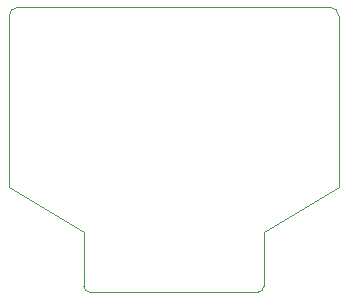
<source format=gm1>
G04 #@! TF.GenerationSoftware,KiCad,Pcbnew,7.0.9-7.0.9~ubuntu20.04.1*
G04 #@! TF.CreationDate,2023-11-25T19:42:28+01:00*
G04 #@! TF.ProjectId,kicad-kria-jtag,6b696361-642d-46b7-9269-612d6a746167,1.0*
G04 #@! TF.SameCoordinates,Original*
G04 #@! TF.FileFunction,Profile,NP*
%FSLAX46Y46*%
G04 Gerber Fmt 4.6, Leading zero omitted, Abs format (unit mm)*
G04 Created by KiCad (PCBNEW 7.0.9-7.0.9~ubuntu20.04.1) date 2023-11-25 19:42:28*
%MOMM*%
%LPD*%
G01*
G04 APERTURE LIST*
G04 #@! TA.AperFunction,Profile*
%ADD10C,0.100000*%
G04 #@! TD*
G04 APERTURE END LIST*
D10*
X125984000Y-86868000D02*
G75*
G03*
X125222000Y-87630000I0J-762000D01*
G01*
X153162000Y-87630000D02*
G75*
G03*
X152400000Y-86868000I-762000J0D01*
G01*
X146304000Y-110998000D02*
G75*
G03*
X146812000Y-110490000I0J508000D01*
G01*
X131572000Y-110490000D02*
G75*
G03*
X132080000Y-110998000I508000J0D01*
G01*
X131572000Y-105918000D02*
X131572000Y-110490000D01*
X125222000Y-102108000D02*
X131572000Y-105918000D01*
X125222000Y-87630000D02*
X125222000Y-102108000D01*
X152400000Y-86868000D02*
X125984000Y-86868000D01*
X153162000Y-102108000D02*
X153162000Y-87630000D01*
X146812000Y-105918000D02*
X153162000Y-102108000D01*
X146812000Y-110490000D02*
X146812000Y-105918000D01*
X132080000Y-110998000D02*
X146304000Y-110998000D01*
M02*

</source>
